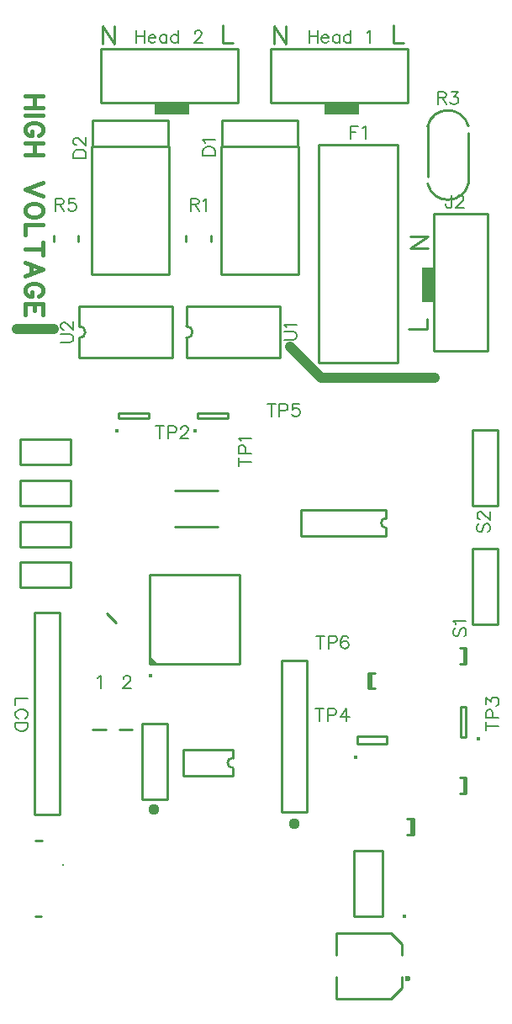
<source format=gto>
G04 DipTrace 2.4.0.2*
%INTemperatureController.GTO*%
%MOIN*%
%ADD10C,0.0098*%
%ADD14C,0.0118*%
%ADD15C,0.0236*%
%ADD18C,0.0394*%
%ADD20C,0.0157*%
%ADD25C,0.0438*%
%ADD44C,0.0154*%
%ADD129C,0.0077*%
%ADD130C,0.0108*%
%FSLAX44Y44*%
G04*
G70*
G90*
G75*
G01*
%LNTopSilk*%
%LPD*%
X21967Y13304D2*
D10*
Y12675D1*
X22041Y13304D2*
Y12675D1*
Y13304D2*
X21805D1*
X22041Y12675D2*
X21805D1*
X16904Y4543D2*
Y5409D1*
Y4543D2*
X19069D1*
X19502Y4976D2*
X19069Y4543D1*
X19502Y4976D2*
Y5409D1*
X16904Y6276D2*
Y7142D1*
X19069D1*
X19502Y6709D2*
X19069Y7142D1*
X19502Y6276D2*
Y6709D1*
D15*
X19739Y5331D3*
X19891Y11657D2*
D10*
Y11028D1*
X19966Y11657D2*
Y11028D1*
Y11657D2*
X19730D1*
X19966Y11028D2*
X19730D1*
X21967Y18429D2*
Y17800D1*
X22041Y18429D2*
Y17800D1*
Y18429D2*
X21805D1*
X22041Y17800D2*
X21805D1*
X18271Y16811D2*
Y17441D1*
X18196Y16811D2*
Y17441D1*
Y16811D2*
X18432D1*
X18196Y17441D2*
X18432D1*
X7811Y19785D2*
X8172Y19424D1*
X15379Y38288D2*
X12387D1*
Y39336D1*
X15379D1*
Y38288D1*
X15423Y33222D2*
X12348D1*
Y38301D1*
X15423D1*
Y33222D1*
X10254Y38288D2*
X7262D1*
Y39336D1*
X10254D1*
Y38288D1*
X10298Y33221D2*
X7223D1*
Y38301D1*
X10298D1*
Y33221D1*
X7767Y15188D2*
X7256D1*
X8830D2*
X8318D1*
X19349Y38375D2*
X16199D1*
Y29713D1*
X19349D1*
Y38375D1*
X19762Y40032D2*
X14329D1*
Y42158D1*
X19762D1*
Y40032D1*
G36*
X17824Y39562D2*
X16449D1*
Y40062D1*
X17824D1*
Y39562D1*
G37*
X20795Y30187D2*
D10*
X22921D1*
Y35620D1*
X20795D1*
Y30187D1*
G36*
X20324Y32124D2*
X20824D1*
Y33500D1*
X20324D1*
Y32124D1*
G37*
X13012Y40032D2*
D10*
X7579D1*
Y42158D1*
X13012D1*
Y40032D1*
G36*
X11074Y39562D2*
X9699D1*
Y40062D1*
X11074D1*
Y39562D1*
G37*
X23324Y27062D2*
D10*
X22324D1*
Y24062D1*
X23324D1*
Y27062D1*
X5947Y19812D2*
X4947D1*
Y11812D1*
X5947D1*
Y19812D1*
X23324Y22374D2*
X22324D1*
Y19375D1*
X23324D1*
Y22374D1*
X6385Y25687D2*
X4385D1*
Y26687D1*
X6385D1*
Y25687D1*
X6387Y24062D2*
X4387D1*
Y25062D1*
X6387D1*
Y24062D1*
Y22437D2*
X4387D1*
Y23437D1*
X6387D1*
Y22437D1*
Y20812D2*
X4387D1*
Y21812D1*
X6387D1*
Y20812D1*
D44*
X11328Y27040D3*
X11420Y27541D2*
D10*
X12601D1*
Y27738D1*
X11420D1*
Y27541D1*
D44*
X8203Y27040D3*
X8295Y27541D2*
D10*
X9476D1*
Y27738D1*
X8295D1*
Y27541D1*
X11941Y34754D2*
Y34518D1*
X10957Y34754D2*
Y34518D1*
X22152Y36811D2*
Y38819D1*
X20538Y37087D2*
Y39094D1*
X22152D2*
G03X20538Y39094I-807J-202D01*
G01*
Y36811D2*
G03X22152Y36811I807J202D01*
G01*
X6691Y34754D2*
Y34518D1*
X5707Y34754D2*
Y34518D1*
X14674Y29913D2*
Y31961D1*
X10974Y29913D2*
X14674D1*
X10974Y31961D2*
X14674D1*
X10974Y29913D2*
Y30701D1*
Y31961D2*
Y31173D1*
Y30701D2*
G03X10974Y31173I0J236D01*
G01*
X10424Y29913D2*
Y31961D1*
X6724Y29913D2*
X10424D1*
X6724Y31961D2*
X10424D1*
X6724Y29913D2*
Y30701D1*
Y31961D2*
Y31173D1*
Y30701D2*
G03X6724Y31173I0J236D01*
G01*
D44*
X19626Y7804D3*
X18734Y7793D2*
D10*
Y10392D1*
X17631Y7793D2*
Y10392D1*
X18734D2*
X17631D1*
X18734Y7793D2*
X17631D1*
D44*
X22534Y14816D3*
X22032Y14908D2*
D10*
Y16089D1*
X21835D1*
Y14908D1*
X22032D1*
D44*
X17681Y14084D3*
X17734Y14625D2*
D10*
X18915D1*
X17734Y14940D2*
X18915D1*
Y14625D2*
Y14940D1*
X17734Y14625D2*
Y14940D1*
X15760Y11937D2*
Y17937D1*
X14760Y11937D2*
Y17937D1*
X15760Y11937D2*
X14760D1*
X15760Y17937D2*
X14760D1*
X18892Y23886D2*
X15506D1*
X18892Y22862D2*
X15506D1*
Y23886D2*
Y22862D1*
X18892Y23886D2*
Y23571D1*
Y23177D2*
Y22862D1*
Y23571D2*
G03X18892Y23177I0J-197D01*
G01*
X9527Y17792D2*
X13070D1*
Y21336D1*
X9527D1*
Y17792D1*
G36*
D2*
X9842D1*
X9527Y18107D1*
Y17792D1*
G37*
D20*
X9546Y17320D3*
X9199Y12437D2*
D10*
X10199D1*
Y15437D1*
X9199D1*
Y12437D1*
D25*
X9668Y12031D3*
X12806Y14386D2*
D10*
X10838D1*
X12806Y13362D2*
X10838D1*
Y14386D2*
Y13362D1*
X12806Y14071D2*
Y14386D1*
Y13677D2*
Y13362D1*
Y14071D2*
G03X12806Y13677I0J-197D01*
G01*
X12199Y24646D2*
X10512D1*
X12199Y23228D2*
X10512D1*
D25*
X15232Y11469D3*
X4262Y31065D2*
D18*
X5699D1*
X15075Y30377D2*
X16325Y29127D1*
X20826D1*
D14*
X6083Y9812D3*
X5256Y10796D2*
D10*
X4981D1*
X5217Y7804D2*
X4981D1*
X11616Y37943D2*
D129*
X12118D1*
Y38110D1*
X12094Y38182D1*
X12046Y38230D1*
X11998Y38254D1*
X11927Y38278D1*
X11807D1*
X11735Y38254D1*
X11688Y38230D1*
X11640Y38182D1*
X11616Y38110D1*
Y37943D1*
X11712Y38432D2*
X11688Y38480D1*
X11616Y38552D1*
X12118D1*
X6491Y37835D2*
X6993D1*
Y38002D1*
X6969Y38074D1*
X6921Y38122D1*
X6873Y38146D1*
X6802Y38170D1*
X6682D1*
X6610Y38146D1*
X6562Y38122D1*
X6514Y38074D1*
X6491Y38002D1*
Y37835D1*
X6610Y38349D2*
X6587D1*
X6539Y38372D1*
X6515Y38396D1*
X6491Y38444D1*
Y38540D1*
X6515Y38587D1*
X6539Y38611D1*
X6587Y38635D1*
X6634D1*
X6682Y38611D1*
X6754Y38564D1*
X6993Y38324D1*
Y38659D1*
X17792Y39107D2*
X17481D1*
Y38604D1*
Y38867D2*
X17672D1*
X17947Y39011D2*
X17995Y39035D1*
X18067Y39106D1*
Y38604D1*
X15836Y42891D2*
Y42388D1*
X16171Y42891D2*
Y42388D1*
X15836Y42651D2*
X16171D1*
X16325Y42580D2*
X16612D1*
Y42628D1*
X16588Y42676D1*
X16564Y42699D1*
X16516Y42723D1*
X16444D1*
X16397Y42699D1*
X16349Y42651D1*
X16325Y42580D1*
Y42532D1*
X16349Y42460D1*
X16397Y42413D1*
X16444Y42388D1*
X16516D1*
X16564Y42413D1*
X16612Y42460D1*
X17053Y42723D2*
Y42388D1*
Y42651D2*
X17006Y42699D1*
X16957Y42723D1*
X16886D1*
X16838Y42699D1*
X16791Y42651D1*
X16766Y42580D1*
Y42532D1*
X16791Y42460D1*
X16838Y42413D1*
X16886Y42388D1*
X16957D1*
X17006Y42413D1*
X17053Y42460D1*
X17494Y42891D2*
Y42388D1*
Y42651D2*
X17447Y42699D1*
X17399Y42723D1*
X17327D1*
X17279Y42699D1*
X17231Y42651D1*
X17207Y42580D1*
Y42532D1*
X17231Y42460D1*
X17279Y42413D1*
X17327Y42388D1*
X17399D1*
X17447Y42413D1*
X17494Y42460D1*
X18135Y42795D2*
X18183Y42819D1*
X18255Y42890D1*
Y42388D1*
X21497Y36352D2*
Y35970D1*
X21474Y35898D1*
X21449Y35874D1*
X21402Y35850D1*
X21354D1*
X21306Y35874D1*
X21282Y35898D1*
X21258Y35970D1*
Y36017D1*
X21676Y36232D2*
Y36256D1*
X21700Y36304D1*
X21724Y36328D1*
X21772Y36352D1*
X21867D1*
X21915Y36328D1*
X21939Y36304D1*
X21963Y36256D1*
Y36209D1*
X21939Y36161D1*
X21891Y36089D1*
X21652Y35850D1*
X21987D1*
X8978Y42891D2*
Y42388D1*
X9313Y42891D2*
Y42388D1*
X8978Y42651D2*
X9313D1*
X9467Y42580D2*
X9754D1*
Y42628D1*
X9731Y42676D1*
X9707Y42699D1*
X9659Y42723D1*
X9587D1*
X9539Y42699D1*
X9491Y42651D1*
X9467Y42580D1*
Y42532D1*
X9491Y42460D1*
X9539Y42413D1*
X9587Y42388D1*
X9659D1*
X9707Y42413D1*
X9754Y42460D1*
X10196Y42723D2*
Y42388D1*
Y42651D2*
X10148Y42699D1*
X10100Y42723D1*
X10029D1*
X9981Y42699D1*
X9933Y42651D1*
X9909Y42580D1*
Y42532D1*
X9933Y42460D1*
X9981Y42413D1*
X10029Y42388D1*
X10100D1*
X10148Y42413D1*
X10196Y42460D1*
X10637Y42891D2*
Y42388D1*
Y42651D2*
X10589Y42699D1*
X10541Y42723D1*
X10469D1*
X10422Y42699D1*
X10374Y42651D1*
X10350Y42580D1*
Y42532D1*
X10374Y42460D1*
X10422Y42413D1*
X10469Y42388D1*
X10541D1*
X10589Y42413D1*
X10637Y42460D1*
X11301Y42771D2*
Y42795D1*
X11325Y42843D1*
X11349Y42866D1*
X11397Y42890D1*
X11493D1*
X11540Y42866D1*
X11564Y42843D1*
X11588Y42795D1*
Y42747D1*
X11564Y42699D1*
X11516Y42628D1*
X11277Y42388D1*
X11612D1*
X11145Y35995D2*
X11360D1*
X11431Y36019D1*
X11456Y36043D1*
X11479Y36090D1*
Y36139D1*
X11456Y36186D1*
X11431Y36210D1*
X11360Y36234D1*
X11145D1*
Y35732D1*
X11312Y35995D2*
X11479Y35732D1*
X11634Y36138D2*
X11682Y36162D1*
X11754Y36234D1*
Y35732D1*
X20933Y40217D2*
X21148D1*
X21220Y40242D1*
X21244Y40265D1*
X21268Y40313D1*
Y40361D1*
X21244Y40409D1*
X21220Y40433D1*
X21148Y40457D1*
X20933D1*
Y39954D1*
X21100Y40217D2*
X21268Y39954D1*
X21470Y40456D2*
X21733D1*
X21589Y40265D1*
X21661D1*
X21709Y40241D1*
X21733Y40217D1*
X21757Y40145D1*
Y40098D1*
X21733Y40026D1*
X21685Y39978D1*
X21613Y39954D1*
X21541D1*
X21470Y39978D1*
X21446Y40002D1*
X21422Y40050D1*
X5787Y35995D2*
X6002D1*
X6074Y36019D1*
X6098Y36043D1*
X6122Y36090D1*
Y36139D1*
X6098Y36186D1*
X6074Y36210D1*
X6002Y36234D1*
X5787D1*
Y35732D1*
X5954Y35995D2*
X6122Y35732D1*
X6563Y36234D2*
X6324D1*
X6301Y36019D1*
X6324Y36042D1*
X6396Y36067D1*
X6468D1*
X6539Y36042D1*
X6588Y35995D1*
X6611Y35923D1*
Y35875D1*
X6588Y35804D1*
X6539Y35756D1*
X6468Y35732D1*
X6396D1*
X6324Y35756D1*
X6301Y35780D1*
X6276Y35827D1*
X13039Y25805D2*
X13541D1*
X13039Y25638D2*
Y25973D1*
X13302Y26127D2*
Y26343D1*
X13278Y26414D1*
X13254Y26438D1*
X13206Y26462D1*
X13134D1*
X13087Y26438D1*
X13063Y26414D1*
X13039Y26343D1*
Y26127D1*
X13541D1*
X13135Y26616D2*
X13111Y26664D1*
X13039Y26736D1*
X13541D1*
X9916Y27215D2*
Y26712D1*
X9749Y27215D2*
X10084D1*
X10238Y26951D2*
X10454D1*
X10525Y26975D1*
X10549Y27000D1*
X10573Y27047D1*
Y27119D1*
X10549Y27166D1*
X10525Y27191D1*
X10454Y27215D1*
X10238D1*
Y26712D1*
X10752Y27095D2*
Y27118D1*
X10775Y27166D1*
X10799Y27190D1*
X10847Y27214D1*
X10943D1*
X10990Y27190D1*
X11014Y27166D1*
X11038Y27118D1*
Y27071D1*
X11014Y27023D1*
X10967Y26951D1*
X10727Y26712D1*
X11062D1*
X22853Y15324D2*
X23356D1*
X22853Y15157D2*
Y15492D1*
X23117Y15646D2*
Y15861D1*
X23093Y15933D1*
X23068Y15957D1*
X23021Y15981D1*
X22949D1*
X22902Y15957D1*
X22877Y15933D1*
X22853Y15861D1*
Y15646D1*
X23356D1*
X22854Y16183D2*
Y16446D1*
X23045Y16303D1*
Y16375D1*
X23069Y16422D1*
X23093Y16446D1*
X23165Y16470D1*
X23212D1*
X23284Y16446D1*
X23332Y16398D1*
X23356Y16326D1*
Y16255D1*
X23332Y16183D1*
X23308Y16160D1*
X23260Y16135D1*
X16262Y16028D2*
Y15526D1*
X16094Y16028D2*
X16429D1*
X16584Y15765D2*
X16799D1*
X16870Y15789D1*
X16895Y15813D1*
X16919Y15861D1*
Y15933D1*
X16895Y15980D1*
X16870Y16004D1*
X16799Y16028D1*
X16584D1*
Y15526D1*
X17312D2*
Y16028D1*
X17073Y15693D1*
X17432D1*
X14335Y28090D2*
Y27587D1*
X14167Y28090D2*
X14502D1*
X14657Y27826D2*
X14872D1*
X14944Y27850D1*
X14968Y27875D1*
X14992Y27922D1*
Y27994D1*
X14968Y28041D1*
X14944Y28066D1*
X14872Y28090D1*
X14657D1*
Y27587D1*
X15433Y28089D2*
X15194D1*
X15170Y27874D1*
X15194Y27898D1*
X15266Y27922D1*
X15337D1*
X15409Y27898D1*
X15457Y27850D1*
X15481Y27778D1*
Y27731D1*
X15457Y27659D1*
X15409Y27611D1*
X15337Y27587D1*
X15266D1*
X15194Y27611D1*
X15170Y27635D1*
X15146Y27683D1*
X16285Y18902D2*
Y18399D1*
X16117Y18902D2*
X16452D1*
X16606Y18639D2*
X16822D1*
X16893Y18663D1*
X16918Y18687D1*
X16941Y18734D1*
Y18806D1*
X16918Y18854D1*
X16893Y18878D1*
X16822Y18902D1*
X16606D1*
Y18399D1*
X17383Y18830D2*
X17359Y18878D1*
X17287Y18901D1*
X17239D1*
X17168Y18878D1*
X17120Y18806D1*
X17096Y18686D1*
Y18567D1*
X17120Y18471D1*
X17168Y18423D1*
X17239Y18399D1*
X17263D1*
X17335Y18423D1*
X17383Y18471D1*
X17406Y18543D1*
Y18567D1*
X17383Y18639D1*
X17335Y18686D1*
X17263Y18710D1*
X17239D1*
X17168Y18686D1*
X17120Y18639D1*
X17096Y18567D1*
X14844Y30632D2*
X15203D1*
X15274Y30656D1*
X15322Y30704D1*
X15346Y30776D1*
Y30824D1*
X15322Y30895D1*
X15274Y30944D1*
X15203Y30967D1*
X14844D1*
X14940Y31122D2*
X14916Y31170D1*
X14844Y31242D1*
X15346D1*
X5991Y30525D2*
X6350D1*
X6422Y30549D1*
X6469Y30597D1*
X6494Y30669D1*
Y30716D1*
X6469Y30788D1*
X6422Y30836D1*
X6350Y30860D1*
X5991D1*
X6111Y31039D2*
X6087D1*
X6039Y31062D1*
X6016Y31086D1*
X5992Y31134D1*
Y31230D1*
X6016Y31277D1*
X6039Y31301D1*
X6087Y31325D1*
X6135D1*
X6183Y31301D1*
X6254Y31254D1*
X6494Y31014D1*
Y31349D1*
X19797Y31060D2*
D130*
X20500D1*
Y31462D1*
X19860Y34717D2*
X20563D1*
X19860Y34248D1*
X20563D1*
X14925Y43065D2*
Y42361D1*
X14456Y43065D1*
Y42361D1*
X8112Y43065D2*
Y42361D1*
X7643Y43065D1*
Y42361D1*
X19178Y43093D2*
Y42390D1*
X19579D1*
X12427Y43093D2*
Y42390D1*
X12828D1*
X21633Y19220D2*
D129*
X21584Y19173D1*
X21561Y19101D1*
Y19005D1*
X21584Y18933D1*
X21633Y18885D1*
X21680D1*
X21728Y18910D1*
X21752Y18933D1*
X21776Y18981D1*
X21824Y19125D1*
X21848Y19173D1*
X21872Y19196D1*
X21919Y19220D1*
X21991D1*
X22039Y19173D1*
X22063Y19101D1*
Y19005D1*
X22039Y18933D1*
X21991Y18885D1*
X21657Y19375D2*
X21633Y19423D1*
X21561Y19495D1*
X22063D1*
X22570Y23346D2*
X22522Y23298D1*
X22498Y23226D1*
Y23131D1*
X22522Y23059D1*
X22570Y23011D1*
X22618D1*
X22666Y23035D1*
X22690Y23059D1*
X22713Y23106D1*
X22761Y23250D1*
X22785Y23298D1*
X22809Y23322D1*
X22857Y23346D1*
X22929D1*
X22976Y23298D1*
X23001Y23226D1*
Y23131D1*
X22976Y23059D1*
X22929Y23011D1*
X22618Y23524D2*
X22594D1*
X22546Y23548D1*
X22523Y23572D1*
X22499Y23620D1*
Y23716D1*
X22523Y23763D1*
X22546Y23787D1*
X22594Y23811D1*
X22642D1*
X22690Y23787D1*
X22761Y23739D1*
X23001Y23500D1*
Y23835D1*
X4684Y16432D2*
X4182D1*
Y16145D1*
X4565Y15632D2*
X4612Y15656D1*
X4660Y15704D1*
X4684Y15751D1*
Y15847D1*
X4660Y15895D1*
X4612Y15942D1*
X4565Y15967D1*
X4493Y15991D1*
X4373D1*
X4302Y15967D1*
X4253Y15942D1*
X4206Y15895D1*
X4182Y15847D1*
Y15751D1*
X4206Y15704D1*
X4253Y15656D1*
X4302Y15632D1*
X4684Y15477D2*
X4182D1*
Y15310D1*
X4206Y15238D1*
X4253Y15190D1*
X4302Y15166D1*
X4373Y15142D1*
X4493D1*
X4565Y15166D1*
X4612Y15190D1*
X4660Y15238D1*
X4684Y15310D1*
Y15477D1*
X7446Y17222D2*
X7494Y17247D1*
X7566Y17318D1*
Y16816D1*
X8470Y17199D2*
Y17222D1*
X8494Y17270D1*
X8518Y17294D1*
X8566Y17318D1*
X8662D1*
X8709Y17294D1*
X8733Y17270D1*
X8757Y17222D1*
Y17175D1*
X8733Y17127D1*
X8685Y17055D1*
X8446Y16816D1*
X8781D1*
X5280Y40304D2*
D44*
X4577D1*
X5280Y39835D2*
X4577D1*
X4945Y40304D2*
Y39835D1*
X5280Y39529D2*
X4577D1*
X5113Y38721D2*
X5180Y38754D1*
X5247Y38821D1*
X5280Y38888D1*
Y39022D1*
X5247Y39089D1*
X5180Y39155D1*
X5113Y39190D1*
X5013Y39223D1*
X4845D1*
X4745Y39190D1*
X4678Y39155D1*
X4611Y39089D1*
X4577Y39022D1*
Y38888D1*
X4611Y38821D1*
X4678Y38754D1*
X4745Y38721D1*
X4845D1*
Y38888D1*
X5280Y38414D2*
X4577D1*
X5280Y37945D2*
X4577D1*
X4945Y38414D2*
Y37945D1*
X5280Y36869D2*
X4577Y36601D1*
X5280Y36333D1*
Y35826D2*
X5247Y35893D1*
X5180Y35960D1*
X5113Y35994D1*
X5013Y36027D1*
X4845D1*
X4745Y35994D1*
X4678Y35960D1*
X4611Y35893D1*
X4577Y35826D1*
Y35692D1*
X4611Y35626D1*
X4678Y35558D1*
X4745Y35525D1*
X4845Y35492D1*
X5013D1*
X5113Y35525D1*
X5180Y35558D1*
X5247Y35626D1*
X5280Y35692D1*
Y35826D1*
Y35185D2*
X4577D1*
Y34784D1*
X5280Y34243D2*
X4577D1*
X5280Y34478D2*
Y34009D1*
X4577Y33166D2*
X5280Y33435D1*
X4577Y33703D1*
X4812Y33602D2*
Y33267D1*
X5113Y32358D2*
X5180Y32391D1*
X5247Y32459D1*
X5280Y32525D1*
Y32659D1*
X5247Y32726D1*
X5180Y32793D1*
X5113Y32827D1*
X5013Y32860D1*
X4845D1*
X4745Y32827D1*
X4678Y32793D1*
X4611Y32726D1*
X4577Y32659D1*
Y32525D1*
X4611Y32459D1*
X4678Y32391D1*
X4745Y32358D1*
X4845D1*
Y32525D1*
X5280Y31617D2*
Y32052D1*
X4577D1*
Y31617D1*
X4945Y32052D2*
Y31784D1*
M02*

</source>
